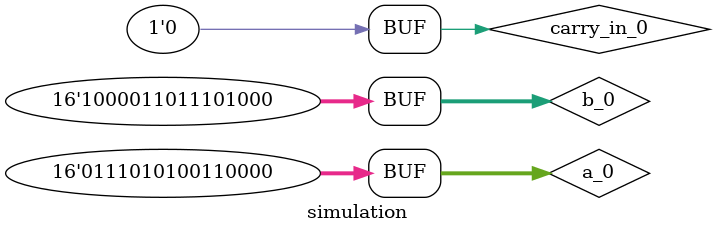
<source format=v>
`timescale 1ns / 1ps


module simulation( );
    
    reg [15:0]a_0;
    reg [15:0]b_0;
    wire c_out_0;
    wire P_0;
    wire G_0;
    reg carry_in_0;
    wire [15:0]sum_0;

    design_1_wrapper sumator16b(G_0,
    P_0,
    a_0,
    b_0,
    c_out_0,
    carry_in_0,
    sum_0);
    
    initial begin
    carry_in_0 = 0;
    a_0 = 1200; b_0 = -200;
    #100 a_0 = 2000; b_0 = 2000;
    #100 a_0 = 30000; b_0 = -31000;
end
endmodule

</source>
